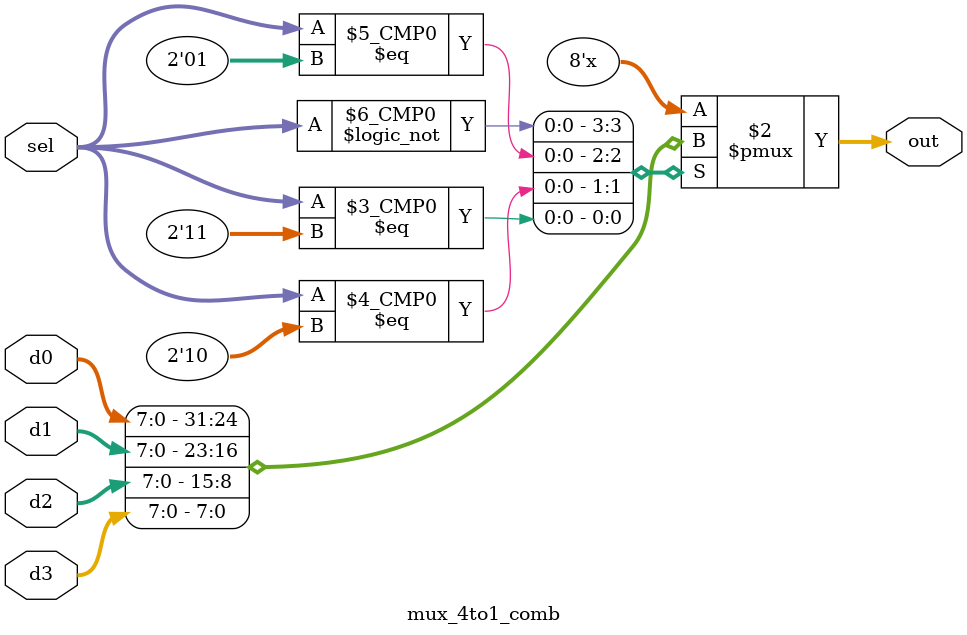
<source format=sv>
module mux_4to1_comb (
    input  logic [7:0] d0,
    input  logic [7:0] d1,
    input  logic [7:0] d2,
    input  logic [7:0] d3,
    input  logic [1:0] sel,
    output logic [7:0] out
);

    always_comb begin
        case (sel)
            2'b00: out = d0;
            2'b01: out = d1;
            2'b10: out = d2;
            2'b11: out = d3;
            default: out = 8'h00;
        endcase
    end

endmodule

</source>
